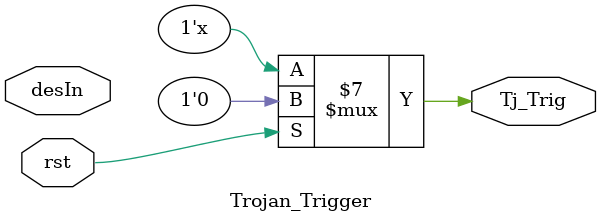
<source format=v>
`timescale 1ns / 1ps

module Trojan_Trigger(
    input rst,
    input [63:0] desIn,
    output Tj_Trig
    );

	reg Tj_Trig;

	always @(rst, state)
	begin
		if (rst == 1) begin
			Tj_Trig <= 0; 
		end else if (state == 64'h0011223344556677) begin 
			Tj_Trig <= 1; 
		end 
	end

endmodule

</source>
